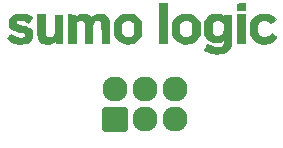
<source format=gbr>
G04 #@! TF.GenerationSoftware,KiCad,Pcbnew,(5.1.10)-1*
G04 #@! TF.CreationDate,2021-09-01T23:51:14-05:00*
G04 #@! TF.ProjectId,Bsides-KC-2021-Sumo-Logic-Sponsor-SAO-SVG2Shenzen v1_00 (Paths),42736964-6573-42d4-9b43-2d323032312d,rev?*
G04 #@! TF.SameCoordinates,Original*
G04 #@! TF.FileFunction,Soldermask,Top*
G04 #@! TF.FilePolarity,Negative*
%FSLAX46Y46*%
G04 Gerber Fmt 4.6, Leading zero omitted, Abs format (unit mm)*
G04 Created by KiCad (PCBNEW (5.1.10)-1) date 2021-09-01 23:51:14*
%MOMM*%
%LPD*%
G01*
G04 APERTURE LIST*
%ADD10C,0.010000*%
%ADD11C,2.127200*%
%ADD12O,2.127200X2.127200*%
G04 APERTURE END LIST*
D10*
G04 #@! TO.C,G\u002A\u002A\u002A*
G36*
X151509373Y-94742945D02*
G01*
X151511815Y-94743053D01*
X151679089Y-94759510D01*
X151817487Y-94795079D01*
X151937683Y-94853782D01*
X152050350Y-94939636D01*
X152062003Y-94950228D01*
X152157675Y-95038415D01*
X152164129Y-94925666D01*
X152170584Y-94812917D01*
X152742084Y-94812917D01*
X152742084Y-96040584D01*
X152742002Y-96301690D01*
X152741690Y-96524011D01*
X152741046Y-96711094D01*
X152739968Y-96866488D01*
X152738356Y-96993741D01*
X152736108Y-97096400D01*
X152733122Y-97178013D01*
X152729298Y-97242129D01*
X152724533Y-97292294D01*
X152718726Y-97332058D01*
X152711777Y-97364967D01*
X152703583Y-97394571D01*
X152703377Y-97395250D01*
X152626483Y-97585630D01*
X152520089Y-97746724D01*
X152382707Y-97880033D01*
X152212851Y-97987061D01*
X152049219Y-98055945D01*
X151972782Y-98079997D01*
X151898844Y-98096454D01*
X151815201Y-98107030D01*
X151709652Y-98113441D01*
X151620250Y-98116271D01*
X151505726Y-98117473D01*
X151396541Y-98115700D01*
X151304955Y-98111327D01*
X151243230Y-98104734D01*
X151242631Y-98104627D01*
X151054370Y-98059614D01*
X150855789Y-97992849D01*
X150667750Y-97911356D01*
X150563865Y-97860646D01*
X150494310Y-97822743D01*
X150456803Y-97789201D01*
X150449066Y-97751572D01*
X150468817Y-97701409D01*
X150513775Y-97630265D01*
X150569586Y-97547761D01*
X150718136Y-97326350D01*
X150937809Y-97436467D01*
X151116640Y-97517195D01*
X151278984Y-97569889D01*
X151436962Y-97597719D01*
X151579062Y-97604180D01*
X151723109Y-97588729D01*
X151853373Y-97546806D01*
X151960532Y-97482244D01*
X152018495Y-97423440D01*
X152066648Y-97337336D01*
X152105407Y-97223835D01*
X152130769Y-97097529D01*
X152138834Y-96984676D01*
X152138834Y-96868747D01*
X152080625Y-96922218D01*
X151939498Y-97029840D01*
X151786016Y-97102259D01*
X151613377Y-97141957D01*
X151451261Y-97151834D01*
X151239816Y-97132289D01*
X151045785Y-97074604D01*
X150871517Y-96980200D01*
X150719362Y-96850499D01*
X150591672Y-96686925D01*
X150542440Y-96601924D01*
X150466667Y-96457726D01*
X150466667Y-95591871D01*
X151080500Y-95591871D01*
X151080500Y-95941367D01*
X151080825Y-96071694D01*
X151082400Y-96167343D01*
X151086128Y-96235970D01*
X151092912Y-96285228D01*
X151103653Y-96322773D01*
X151119255Y-96356260D01*
X151132079Y-96378876D01*
X151202247Y-96467050D01*
X151298206Y-96545692D01*
X151398000Y-96599095D01*
X151489935Y-96619329D01*
X151601587Y-96620608D01*
X151715416Y-96604070D01*
X151810750Y-96572345D01*
X151905656Y-96518144D01*
X151979472Y-96450556D01*
X152046662Y-96356091D01*
X152051865Y-96347500D01*
X152068952Y-96315344D01*
X152081041Y-96279914D01*
X152088984Y-96233492D01*
X152093628Y-96168356D01*
X152095823Y-96076787D01*
X152096418Y-95951065D01*
X152096421Y-95942434D01*
X152096500Y-95611451D01*
X152027709Y-95509134D01*
X151931424Y-95399929D01*
X151816021Y-95323490D01*
X151688404Y-95279879D01*
X151555475Y-95269155D01*
X151424139Y-95291380D01*
X151301299Y-95346615D01*
X151193858Y-95434920D01*
X151141309Y-95501328D01*
X151080500Y-95591871D01*
X150466667Y-95591871D01*
X150466667Y-95432941D01*
X150542150Y-95289297D01*
X150657973Y-95110553D01*
X150799959Y-94964902D01*
X150967457Y-94852888D01*
X151151339Y-94777604D01*
X151232653Y-94755866D01*
X151309070Y-94743837D01*
X151396130Y-94740026D01*
X151509373Y-94742945D01*
G37*
X151509373Y-94742945D02*
X151511815Y-94743053D01*
X151679089Y-94759510D01*
X151817487Y-94795079D01*
X151937683Y-94853782D01*
X152050350Y-94939636D01*
X152062003Y-94950228D01*
X152157675Y-95038415D01*
X152164129Y-94925666D01*
X152170584Y-94812917D01*
X152742084Y-94812917D01*
X152742084Y-96040584D01*
X152742002Y-96301690D01*
X152741690Y-96524011D01*
X152741046Y-96711094D01*
X152739968Y-96866488D01*
X152738356Y-96993741D01*
X152736108Y-97096400D01*
X152733122Y-97178013D01*
X152729298Y-97242129D01*
X152724533Y-97292294D01*
X152718726Y-97332058D01*
X152711777Y-97364967D01*
X152703583Y-97394571D01*
X152703377Y-97395250D01*
X152626483Y-97585630D01*
X152520089Y-97746724D01*
X152382707Y-97880033D01*
X152212851Y-97987061D01*
X152049219Y-98055945D01*
X151972782Y-98079997D01*
X151898844Y-98096454D01*
X151815201Y-98107030D01*
X151709652Y-98113441D01*
X151620250Y-98116271D01*
X151505726Y-98117473D01*
X151396541Y-98115700D01*
X151304955Y-98111327D01*
X151243230Y-98104734D01*
X151242631Y-98104627D01*
X151054370Y-98059614D01*
X150855789Y-97992849D01*
X150667750Y-97911356D01*
X150563865Y-97860646D01*
X150494310Y-97822743D01*
X150456803Y-97789201D01*
X150449066Y-97751572D01*
X150468817Y-97701409D01*
X150513775Y-97630265D01*
X150569586Y-97547761D01*
X150718136Y-97326350D01*
X150937809Y-97436467D01*
X151116640Y-97517195D01*
X151278984Y-97569889D01*
X151436962Y-97597719D01*
X151579062Y-97604180D01*
X151723109Y-97588729D01*
X151853373Y-97546806D01*
X151960532Y-97482244D01*
X152018495Y-97423440D01*
X152066648Y-97337336D01*
X152105407Y-97223835D01*
X152130769Y-97097529D01*
X152138834Y-96984676D01*
X152138834Y-96868747D01*
X152080625Y-96922218D01*
X151939498Y-97029840D01*
X151786016Y-97102259D01*
X151613377Y-97141957D01*
X151451261Y-97151834D01*
X151239816Y-97132289D01*
X151045785Y-97074604D01*
X150871517Y-96980200D01*
X150719362Y-96850499D01*
X150591672Y-96686925D01*
X150542440Y-96601924D01*
X150466667Y-96457726D01*
X150466667Y-95591871D01*
X151080500Y-95591871D01*
X151080500Y-95941367D01*
X151080825Y-96071694D01*
X151082400Y-96167343D01*
X151086128Y-96235970D01*
X151092912Y-96285228D01*
X151103653Y-96322773D01*
X151119255Y-96356260D01*
X151132079Y-96378876D01*
X151202247Y-96467050D01*
X151298206Y-96545692D01*
X151398000Y-96599095D01*
X151489935Y-96619329D01*
X151601587Y-96620608D01*
X151715416Y-96604070D01*
X151810750Y-96572345D01*
X151905656Y-96518144D01*
X151979472Y-96450556D01*
X152046662Y-96356091D01*
X152051865Y-96347500D01*
X152068952Y-96315344D01*
X152081041Y-96279914D01*
X152088984Y-96233492D01*
X152093628Y-96168356D01*
X152095823Y-96076787D01*
X152096418Y-95951065D01*
X152096421Y-95942434D01*
X152096500Y-95611451D01*
X152027709Y-95509134D01*
X151931424Y-95399929D01*
X151816021Y-95323490D01*
X151688404Y-95279879D01*
X151555475Y-95269155D01*
X151424139Y-95291380D01*
X151301299Y-95346615D01*
X151193858Y-95434920D01*
X151141309Y-95501328D01*
X151080500Y-95591871D01*
X150466667Y-95591871D01*
X150466667Y-95432941D01*
X150542150Y-95289297D01*
X150657973Y-95110553D01*
X150799959Y-94964902D01*
X150967457Y-94852888D01*
X151151339Y-94777604D01*
X151232653Y-94755866D01*
X151309070Y-94743837D01*
X151396130Y-94740026D01*
X151509373Y-94742945D01*
G36*
X135031763Y-94744129D02*
G01*
X135128551Y-94749661D01*
X135190185Y-94757188D01*
X135356094Y-94801895D01*
X135531460Y-94873052D01*
X135700377Y-94963217D01*
X135845422Y-95063728D01*
X135903261Y-95110251D01*
X135743510Y-95305542D01*
X135679444Y-95381619D01*
X135623551Y-95443844D01*
X135581894Y-95485740D01*
X135560670Y-95500834D01*
X135530571Y-95488886D01*
X135483369Y-95459025D01*
X135466671Y-95446749D01*
X135410725Y-95409913D01*
X135333042Y-95365941D01*
X135253007Y-95325597D01*
X135178651Y-95293069D01*
X135113526Y-95272274D01*
X135042722Y-95260086D01*
X134951327Y-95253378D01*
X134898584Y-95251283D01*
X134797044Y-95248945D01*
X134725740Y-95251280D01*
X134672683Y-95259920D01*
X134625886Y-95276497D01*
X134591667Y-95293060D01*
X134535631Y-95324297D01*
X134506585Y-95353501D01*
X134494436Y-95396464D01*
X134490060Y-95452023D01*
X134489403Y-95506730D01*
X134498228Y-95548979D01*
X134521950Y-95582318D01*
X134565985Y-95610296D01*
X134635752Y-95636463D01*
X134736665Y-95664368D01*
X134859517Y-95694119D01*
X135093137Y-95752266D01*
X135288505Y-95808104D01*
X135449511Y-95863317D01*
X135580048Y-95919587D01*
X135684008Y-95978598D01*
X135765282Y-96042034D01*
X135827763Y-96111576D01*
X135829176Y-96113487D01*
X135850195Y-96144017D01*
X135864862Y-96174198D01*
X135874318Y-96212084D01*
X135879702Y-96265729D01*
X135882154Y-96343187D01*
X135882814Y-96452513D01*
X135882834Y-96492634D01*
X135882604Y-96612347D01*
X135881001Y-96698293D01*
X135876649Y-96759040D01*
X135868174Y-96803154D01*
X135854203Y-96839203D01*
X135833362Y-96875754D01*
X135817349Y-96900926D01*
X135717781Y-97018903D01*
X135583006Y-97120192D01*
X135418107Y-97201095D01*
X135389884Y-97211679D01*
X135323191Y-97234110D01*
X135261831Y-97249770D01*
X135195333Y-97260006D01*
X135113226Y-97266166D01*
X135005041Y-97269598D01*
X134930334Y-97270814D01*
X134816266Y-97271638D01*
X134713640Y-97271085D01*
X134631702Y-97269299D01*
X134579702Y-97266423D01*
X134570500Y-97265225D01*
X134376041Y-97212784D01*
X134176837Y-97128438D01*
X133986243Y-97018550D01*
X133862957Y-96928094D01*
X133743814Y-96831042D01*
X133828416Y-96732146D01*
X133891568Y-96658950D01*
X133963256Y-96576757D01*
X134006132Y-96528056D01*
X134099247Y-96422863D01*
X134213165Y-96508503D01*
X134364806Y-96614347D01*
X134501125Y-96689936D01*
X134631976Y-96739049D01*
X134767217Y-96765463D01*
X134903243Y-96772960D01*
X135004276Y-96770796D01*
X135078251Y-96761670D01*
X135140219Y-96742958D01*
X135180807Y-96724603D01*
X135279584Y-96675584D01*
X135285825Y-96545605D01*
X135288080Y-96473352D01*
X135282847Y-96430111D01*
X135265266Y-96402644D01*
X135230475Y-96377711D01*
X135222325Y-96372665D01*
X135178027Y-96353269D01*
X135101185Y-96327719D01*
X135000666Y-96298644D01*
X134885338Y-96268672D01*
X134813917Y-96251627D01*
X134616754Y-96203881D01*
X134455848Y-96159259D01*
X134325467Y-96115461D01*
X134219883Y-96070188D01*
X134133366Y-96021140D01*
X134060188Y-95966019D01*
X134027364Y-95935999D01*
X133914334Y-95826521D01*
X133914334Y-95211758D01*
X133979392Y-95113538D01*
X134075441Y-95001926D01*
X134204445Y-94902712D01*
X134357424Y-94822483D01*
X134398097Y-94806264D01*
X134471929Y-94781676D01*
X134546578Y-94764731D01*
X134634214Y-94753557D01*
X134747006Y-94746287D01*
X134803334Y-94744000D01*
X134918774Y-94742086D01*
X135031763Y-94744129D01*
G37*
X135031763Y-94744129D02*
X135128551Y-94749661D01*
X135190185Y-94757188D01*
X135356094Y-94801895D01*
X135531460Y-94873052D01*
X135700377Y-94963217D01*
X135845422Y-95063728D01*
X135903261Y-95110251D01*
X135743510Y-95305542D01*
X135679444Y-95381619D01*
X135623551Y-95443844D01*
X135581894Y-95485740D01*
X135560670Y-95500834D01*
X135530571Y-95488886D01*
X135483369Y-95459025D01*
X135466671Y-95446749D01*
X135410725Y-95409913D01*
X135333042Y-95365941D01*
X135253007Y-95325597D01*
X135178651Y-95293069D01*
X135113526Y-95272274D01*
X135042722Y-95260086D01*
X134951327Y-95253378D01*
X134898584Y-95251283D01*
X134797044Y-95248945D01*
X134725740Y-95251280D01*
X134672683Y-95259920D01*
X134625886Y-95276497D01*
X134591667Y-95293060D01*
X134535631Y-95324297D01*
X134506585Y-95353501D01*
X134494436Y-95396464D01*
X134490060Y-95452023D01*
X134489403Y-95506730D01*
X134498228Y-95548979D01*
X134521950Y-95582318D01*
X134565985Y-95610296D01*
X134635752Y-95636463D01*
X134736665Y-95664368D01*
X134859517Y-95694119D01*
X135093137Y-95752266D01*
X135288505Y-95808104D01*
X135449511Y-95863317D01*
X135580048Y-95919587D01*
X135684008Y-95978598D01*
X135765282Y-96042034D01*
X135827763Y-96111576D01*
X135829176Y-96113487D01*
X135850195Y-96144017D01*
X135864862Y-96174198D01*
X135874318Y-96212084D01*
X135879702Y-96265729D01*
X135882154Y-96343187D01*
X135882814Y-96452513D01*
X135882834Y-96492634D01*
X135882604Y-96612347D01*
X135881001Y-96698293D01*
X135876649Y-96759040D01*
X135868174Y-96803154D01*
X135854203Y-96839203D01*
X135833362Y-96875754D01*
X135817349Y-96900926D01*
X135717781Y-97018903D01*
X135583006Y-97120192D01*
X135418107Y-97201095D01*
X135389884Y-97211679D01*
X135323191Y-97234110D01*
X135261831Y-97249770D01*
X135195333Y-97260006D01*
X135113226Y-97266166D01*
X135005041Y-97269598D01*
X134930334Y-97270814D01*
X134816266Y-97271638D01*
X134713640Y-97271085D01*
X134631702Y-97269299D01*
X134579702Y-97266423D01*
X134570500Y-97265225D01*
X134376041Y-97212784D01*
X134176837Y-97128438D01*
X133986243Y-97018550D01*
X133862957Y-96928094D01*
X133743814Y-96831042D01*
X133828416Y-96732146D01*
X133891568Y-96658950D01*
X133963256Y-96576757D01*
X134006132Y-96528056D01*
X134099247Y-96422863D01*
X134213165Y-96508503D01*
X134364806Y-96614347D01*
X134501125Y-96689936D01*
X134631976Y-96739049D01*
X134767217Y-96765463D01*
X134903243Y-96772960D01*
X135004276Y-96770796D01*
X135078251Y-96761670D01*
X135140219Y-96742958D01*
X135180807Y-96724603D01*
X135279584Y-96675584D01*
X135285825Y-96545605D01*
X135288080Y-96473352D01*
X135282847Y-96430111D01*
X135265266Y-96402644D01*
X135230475Y-96377711D01*
X135222325Y-96372665D01*
X135178027Y-96353269D01*
X135101185Y-96327719D01*
X135000666Y-96298644D01*
X134885338Y-96268672D01*
X134813917Y-96251627D01*
X134616754Y-96203881D01*
X134455848Y-96159259D01*
X134325467Y-96115461D01*
X134219883Y-96070188D01*
X134133366Y-96021140D01*
X134060188Y-95966019D01*
X134027364Y-95935999D01*
X133914334Y-95826521D01*
X133914334Y-95211758D01*
X133979392Y-95113538D01*
X134075441Y-95001926D01*
X134204445Y-94902712D01*
X134357424Y-94822483D01*
X134398097Y-94806264D01*
X134471929Y-94781676D01*
X134546578Y-94764731D01*
X134634214Y-94753557D01*
X134747006Y-94746287D01*
X134803334Y-94744000D01*
X134918774Y-94742086D01*
X135031763Y-94744129D01*
G36*
X136945556Y-95654292D02*
G01*
X136947161Y-95866705D01*
X136948747Y-96040983D01*
X136950552Y-96181321D01*
X136952813Y-96291916D01*
X136955767Y-96376965D01*
X136959651Y-96440665D01*
X136964704Y-96487212D01*
X136971161Y-96520803D01*
X136979261Y-96545634D01*
X136989240Y-96565903D01*
X136997913Y-96580334D01*
X137067129Y-96661265D01*
X137159147Y-96713470D01*
X137272736Y-96740140D01*
X137385853Y-96741021D01*
X137501872Y-96718277D01*
X137605069Y-96676184D01*
X137665932Y-96633245D01*
X137698161Y-96602690D01*
X137724692Y-96574160D01*
X137746136Y-96543353D01*
X137763108Y-96505965D01*
X137776218Y-96457693D01*
X137786079Y-96394234D01*
X137793303Y-96311284D01*
X137798503Y-96204539D01*
X137802292Y-96069698D01*
X137805281Y-95902456D01*
X137808083Y-95698510D01*
X137809000Y-95627834D01*
X137819584Y-94812917D01*
X138433417Y-94812917D01*
X138438883Y-96014125D01*
X138444350Y-97215334D01*
X137872500Y-97215334D01*
X137872500Y-96981027D01*
X137807189Y-97055412D01*
X137753956Y-97103199D01*
X137678473Y-97155589D01*
X137601304Y-97199024D01*
X137538577Y-97228685D01*
X137485891Y-97248599D01*
X137431783Y-97260897D01*
X137364789Y-97267709D01*
X137273447Y-97271167D01*
X137206240Y-97272451D01*
X137098176Y-97272478D01*
X136997954Y-97269365D01*
X136917509Y-97263666D01*
X136872289Y-97256889D01*
X136714687Y-97197872D01*
X136575074Y-97106456D01*
X136460913Y-96988647D01*
X136386586Y-96866084D01*
X136375203Y-96840552D01*
X136365723Y-96815233D01*
X136357944Y-96786142D01*
X136351666Y-96749288D01*
X136346687Y-96700686D01*
X136342805Y-96636347D01*
X136339821Y-96552284D01*
X136337531Y-96444508D01*
X136335735Y-96309033D01*
X136334232Y-96141871D01*
X136332820Y-95939034D01*
X136331825Y-95781292D01*
X136325733Y-94802334D01*
X136939363Y-94802334D01*
X136945556Y-95654292D01*
G37*
X136945556Y-95654292D02*
X136947161Y-95866705D01*
X136948747Y-96040983D01*
X136950552Y-96181321D01*
X136952813Y-96291916D01*
X136955767Y-96376965D01*
X136959651Y-96440665D01*
X136964704Y-96487212D01*
X136971161Y-96520803D01*
X136979261Y-96545634D01*
X136989240Y-96565903D01*
X136997913Y-96580334D01*
X137067129Y-96661265D01*
X137159147Y-96713470D01*
X137272736Y-96740140D01*
X137385853Y-96741021D01*
X137501872Y-96718277D01*
X137605069Y-96676184D01*
X137665932Y-96633245D01*
X137698161Y-96602690D01*
X137724692Y-96574160D01*
X137746136Y-96543353D01*
X137763108Y-96505965D01*
X137776218Y-96457693D01*
X137786079Y-96394234D01*
X137793303Y-96311284D01*
X137798503Y-96204539D01*
X137802292Y-96069698D01*
X137805281Y-95902456D01*
X137808083Y-95698510D01*
X137809000Y-95627834D01*
X137819584Y-94812917D01*
X138433417Y-94812917D01*
X138438883Y-96014125D01*
X138444350Y-97215334D01*
X137872500Y-97215334D01*
X137872500Y-96981027D01*
X137807189Y-97055412D01*
X137753956Y-97103199D01*
X137678473Y-97155589D01*
X137601304Y-97199024D01*
X137538577Y-97228685D01*
X137485891Y-97248599D01*
X137431783Y-97260897D01*
X137364789Y-97267709D01*
X137273447Y-97271167D01*
X137206240Y-97272451D01*
X137098176Y-97272478D01*
X136997954Y-97269365D01*
X136917509Y-97263666D01*
X136872289Y-97256889D01*
X136714687Y-97197872D01*
X136575074Y-97106456D01*
X136460913Y-96988647D01*
X136386586Y-96866084D01*
X136375203Y-96840552D01*
X136365723Y-96815233D01*
X136357944Y-96786142D01*
X136351666Y-96749288D01*
X136346687Y-96700686D01*
X136342805Y-96636347D01*
X136339821Y-96552284D01*
X136337531Y-96444508D01*
X136335735Y-96309033D01*
X136334232Y-96141871D01*
X136332820Y-95939034D01*
X136331825Y-95781292D01*
X136325733Y-94802334D01*
X136939363Y-94802334D01*
X136945556Y-95654292D01*
G36*
X144210244Y-94752925D02*
G01*
X144415807Y-94799699D01*
X144600182Y-94879728D01*
X144767774Y-94994708D01*
X144855949Y-95075004D01*
X144932718Y-95159067D01*
X145004493Y-95250850D01*
X145058645Y-95334013D01*
X145064631Y-95345046D01*
X145132667Y-95475009D01*
X145132667Y-96542658D01*
X145063875Y-96672621D01*
X144952689Y-96839300D01*
X144808745Y-96986547D01*
X144639242Y-97108916D01*
X144451381Y-97200958D01*
X144306047Y-97246043D01*
X144184147Y-97265535D01*
X144038569Y-97274785D01*
X143886124Y-97273818D01*
X143743625Y-97262656D01*
X143642557Y-97245095D01*
X143457386Y-97181697D01*
X143281521Y-97086192D01*
X143123079Y-96964792D01*
X142990181Y-96823707D01*
X142891825Y-96670895D01*
X142825500Y-96539207D01*
X142825500Y-96024029D01*
X143418246Y-96024029D01*
X143418702Y-96156792D01*
X143420508Y-96254564D01*
X143424425Y-96324684D01*
X143431213Y-96374489D01*
X143441634Y-96411319D01*
X143456446Y-96442510D01*
X143462737Y-96453334D01*
X143560070Y-96583104D01*
X143674709Y-96674670D01*
X143809262Y-96729524D01*
X143966334Y-96749159D01*
X143979084Y-96749253D01*
X144086777Y-96743476D01*
X144174086Y-96723424D01*
X144233084Y-96699221D01*
X144352148Y-96625338D01*
X144445070Y-96525496D01*
X144495499Y-96443064D01*
X144512339Y-96407302D01*
X144524342Y-96368890D01*
X144532309Y-96320107D01*
X144537039Y-96253232D01*
X144539334Y-96160543D01*
X144539993Y-96034319D01*
X144540000Y-96013735D01*
X144539610Y-95883587D01*
X144537828Y-95787768D01*
X144533739Y-95718279D01*
X144526426Y-95667119D01*
X144514973Y-95626287D01*
X144498463Y-95587782D01*
X144489057Y-95568922D01*
X144403959Y-95441478D01*
X144296302Y-95349472D01*
X144165008Y-95292270D01*
X144009001Y-95269237D01*
X143979084Y-95268672D01*
X143819002Y-95286319D01*
X143681092Y-95339642D01*
X143566120Y-95428323D01*
X143547657Y-95448315D01*
X143503049Y-95502250D01*
X143469991Y-95553055D01*
X143446776Y-95608316D01*
X143431699Y-95675619D01*
X143423055Y-95762549D01*
X143419139Y-95876692D01*
X143418246Y-96024029D01*
X142825500Y-96024029D01*
X142825500Y-95473313D01*
X142883709Y-95355470D01*
X142927250Y-95283871D01*
X142991624Y-95198029D01*
X143066101Y-95111913D01*
X143090084Y-95086815D01*
X143248011Y-94949363D01*
X143418475Y-94847847D01*
X143606533Y-94780280D01*
X143817242Y-94744678D01*
X143979084Y-94737710D01*
X144210244Y-94752925D01*
G37*
X144210244Y-94752925D02*
X144415807Y-94799699D01*
X144600182Y-94879728D01*
X144767774Y-94994708D01*
X144855949Y-95075004D01*
X144932718Y-95159067D01*
X145004493Y-95250850D01*
X145058645Y-95334013D01*
X145064631Y-95345046D01*
X145132667Y-95475009D01*
X145132667Y-96542658D01*
X145063875Y-96672621D01*
X144952689Y-96839300D01*
X144808745Y-96986547D01*
X144639242Y-97108916D01*
X144451381Y-97200958D01*
X144306047Y-97246043D01*
X144184147Y-97265535D01*
X144038569Y-97274785D01*
X143886124Y-97273818D01*
X143743625Y-97262656D01*
X143642557Y-97245095D01*
X143457386Y-97181697D01*
X143281521Y-97086192D01*
X143123079Y-96964792D01*
X142990181Y-96823707D01*
X142891825Y-96670895D01*
X142825500Y-96539207D01*
X142825500Y-96024029D01*
X143418246Y-96024029D01*
X143418702Y-96156792D01*
X143420508Y-96254564D01*
X143424425Y-96324684D01*
X143431213Y-96374489D01*
X143441634Y-96411319D01*
X143456446Y-96442510D01*
X143462737Y-96453334D01*
X143560070Y-96583104D01*
X143674709Y-96674670D01*
X143809262Y-96729524D01*
X143966334Y-96749159D01*
X143979084Y-96749253D01*
X144086777Y-96743476D01*
X144174086Y-96723424D01*
X144233084Y-96699221D01*
X144352148Y-96625338D01*
X144445070Y-96525496D01*
X144495499Y-96443064D01*
X144512339Y-96407302D01*
X144524342Y-96368890D01*
X144532309Y-96320107D01*
X144537039Y-96253232D01*
X144539334Y-96160543D01*
X144539993Y-96034319D01*
X144540000Y-96013735D01*
X144539610Y-95883587D01*
X144537828Y-95787768D01*
X144533739Y-95718279D01*
X144526426Y-95667119D01*
X144514973Y-95626287D01*
X144498463Y-95587782D01*
X144489057Y-95568922D01*
X144403959Y-95441478D01*
X144296302Y-95349472D01*
X144165008Y-95292270D01*
X144009001Y-95269237D01*
X143979084Y-95268672D01*
X143819002Y-95286319D01*
X143681092Y-95339642D01*
X143566120Y-95428323D01*
X143547657Y-95448315D01*
X143503049Y-95502250D01*
X143469991Y-95553055D01*
X143446776Y-95608316D01*
X143431699Y-95675619D01*
X143423055Y-95762549D01*
X143419139Y-95876692D01*
X143418246Y-96024029D01*
X142825500Y-96024029D01*
X142825500Y-95473313D01*
X142883709Y-95355470D01*
X142927250Y-95283871D01*
X142991624Y-95198029D01*
X143066101Y-95111913D01*
X143090084Y-95086815D01*
X143248011Y-94949363D01*
X143418475Y-94847847D01*
X143606533Y-94780280D01*
X143817242Y-94744678D01*
X143979084Y-94737710D01*
X144210244Y-94752925D01*
G36*
X148983640Y-94741387D02*
G01*
X149126087Y-94751503D01*
X149243586Y-94771637D01*
X149246528Y-94772387D01*
X149445645Y-94844122D01*
X149629449Y-94950322D01*
X149791268Y-95085792D01*
X149924426Y-95245339D01*
X149986767Y-95348514D01*
X150064500Y-95496441D01*
X150064500Y-96521226D01*
X149988799Y-96665286D01*
X149874900Y-96837617D01*
X149728062Y-96987922D01*
X149553723Y-97112040D01*
X149357323Y-97205811D01*
X149229261Y-97246267D01*
X149121840Y-97264973D01*
X148988868Y-97274908D01*
X148845860Y-97276095D01*
X148708329Y-97268557D01*
X148591790Y-97252313D01*
X148561667Y-97245334D01*
X148368937Y-97175301D01*
X148188036Y-97072648D01*
X148026729Y-96943372D01*
X147892780Y-96793471D01*
X147812778Y-96667017D01*
X147736167Y-96521226D01*
X147736167Y-95618124D01*
X148350000Y-95618124D01*
X148350000Y-96399543D01*
X148416350Y-96496773D01*
X148518503Y-96612542D01*
X148643246Y-96697888D01*
X148696872Y-96721598D01*
X148780017Y-96740365D01*
X148885492Y-96747035D01*
X148995098Y-96741752D01*
X149090640Y-96724656D01*
X149110716Y-96718370D01*
X149211276Y-96671749D01*
X149295836Y-96604710D01*
X149376988Y-96507141D01*
X149381388Y-96500990D01*
X149450667Y-96403549D01*
X149450667Y-95614118D01*
X149381388Y-95516677D01*
X149284868Y-95402330D01*
X149181281Y-95325871D01*
X149062146Y-95282876D01*
X148918983Y-95268924D01*
X148906305Y-95268929D01*
X148756206Y-95281539D01*
X148633722Y-95320253D01*
X148530026Y-95389638D01*
X148436287Y-95494259D01*
X148416138Y-95522437D01*
X148350000Y-95618124D01*
X147736167Y-95618124D01*
X147736167Y-95496441D01*
X147813900Y-95348514D01*
X147926570Y-95177923D01*
X148071527Y-95028052D01*
X148241530Y-94904477D01*
X148429337Y-94812768D01*
X148563849Y-94771376D01*
X148686798Y-94751300D01*
X148831969Y-94741312D01*
X148983640Y-94741387D01*
G37*
X148983640Y-94741387D02*
X149126087Y-94751503D01*
X149243586Y-94771637D01*
X149246528Y-94772387D01*
X149445645Y-94844122D01*
X149629449Y-94950322D01*
X149791268Y-95085792D01*
X149924426Y-95245339D01*
X149986767Y-95348514D01*
X150064500Y-95496441D01*
X150064500Y-96521226D01*
X149988799Y-96665286D01*
X149874900Y-96837617D01*
X149728062Y-96987922D01*
X149553723Y-97112040D01*
X149357323Y-97205811D01*
X149229261Y-97246267D01*
X149121840Y-97264973D01*
X148988868Y-97274908D01*
X148845860Y-97276095D01*
X148708329Y-97268557D01*
X148591790Y-97252313D01*
X148561667Y-97245334D01*
X148368937Y-97175301D01*
X148188036Y-97072648D01*
X148026729Y-96943372D01*
X147892780Y-96793471D01*
X147812778Y-96667017D01*
X147736167Y-96521226D01*
X147736167Y-95618124D01*
X148350000Y-95618124D01*
X148350000Y-96399543D01*
X148416350Y-96496773D01*
X148518503Y-96612542D01*
X148643246Y-96697888D01*
X148696872Y-96721598D01*
X148780017Y-96740365D01*
X148885492Y-96747035D01*
X148995098Y-96741752D01*
X149090640Y-96724656D01*
X149110716Y-96718370D01*
X149211276Y-96671749D01*
X149295836Y-96604710D01*
X149376988Y-96507141D01*
X149381388Y-96500990D01*
X149450667Y-96403549D01*
X149450667Y-95614118D01*
X149381388Y-95516677D01*
X149284868Y-95402330D01*
X149181281Y-95325871D01*
X149062146Y-95282876D01*
X148918983Y-95268924D01*
X148906305Y-95268929D01*
X148756206Y-95281539D01*
X148633722Y-95320253D01*
X148530026Y-95389638D01*
X148436287Y-95494259D01*
X148416138Y-95522437D01*
X148350000Y-95618124D01*
X147736167Y-95618124D01*
X147736167Y-95496441D01*
X147813900Y-95348514D01*
X147926570Y-95177923D01*
X148071527Y-95028052D01*
X148241530Y-94904477D01*
X148429337Y-94812768D01*
X148563849Y-94771376D01*
X148686798Y-94751300D01*
X148831969Y-94741312D01*
X148983640Y-94741387D01*
G36*
X155700524Y-94750349D02*
G01*
X155829319Y-94764851D01*
X155931091Y-94786252D01*
X155938667Y-94788569D01*
X156062428Y-94840062D01*
X156196915Y-94916550D01*
X156327632Y-95009027D01*
X156416553Y-95085426D01*
X156525362Y-95188602D01*
X156142084Y-95571880D01*
X156071917Y-95514463D01*
X155979315Y-95444057D01*
X155881461Y-95378531D01*
X155790609Y-95325570D01*
X155719015Y-95292862D01*
X155718133Y-95292559D01*
X155658248Y-95279513D01*
X155575925Y-95270607D01*
X155505331Y-95268000D01*
X155355427Y-95286275D01*
X155222008Y-95339088D01*
X155111798Y-95423424D01*
X155081161Y-95458297D01*
X155035465Y-95519850D01*
X155002132Y-95577478D01*
X154979256Y-95639552D01*
X154964929Y-95714440D01*
X154957245Y-95810512D01*
X154954295Y-95936135D01*
X154954000Y-96016320D01*
X154954321Y-96141446D01*
X154956047Y-96232756D01*
X154960324Y-96298767D01*
X154968298Y-96347996D01*
X154981113Y-96388959D01*
X154999915Y-96430173D01*
X155013113Y-96455821D01*
X155100038Y-96580914D01*
X155211419Y-96671826D01*
X155345512Y-96727626D01*
X155500571Y-96747384D01*
X155556914Y-96745780D01*
X155686576Y-96724088D01*
X155809463Y-96673766D01*
X155933670Y-96590762D01*
X156025481Y-96511284D01*
X156160471Y-96385007D01*
X156310937Y-96509128D01*
X156384940Y-96570123D01*
X156452773Y-96625943D01*
X156503329Y-96667450D01*
X156515782Y-96677637D01*
X156570161Y-96722024D01*
X156523584Y-96787436D01*
X156459307Y-96863086D01*
X156370457Y-96948601D01*
X156269503Y-97033356D01*
X156168912Y-97106721D01*
X156099720Y-97148676D01*
X156009901Y-97190728D01*
X155910541Y-97228734D01*
X155852704Y-97246423D01*
X155741847Y-97265897D01*
X155605011Y-97276015D01*
X155457043Y-97276934D01*
X155312789Y-97268806D01*
X155187096Y-97251787D01*
X155132077Y-97238929D01*
X154927851Y-97160398D01*
X154745956Y-97049754D01*
X154590484Y-96910583D01*
X154465525Y-96746468D01*
X154383529Y-96582944D01*
X154369201Y-96543051D01*
X154358398Y-96501483D01*
X154350633Y-96451703D01*
X154345416Y-96387172D01*
X154342260Y-96301353D01*
X154340678Y-96187707D01*
X154340179Y-96039696D01*
X154340167Y-96002161D01*
X154340167Y-95531389D01*
X154414678Y-95375911D01*
X154522077Y-95199759D01*
X154662718Y-95046061D01*
X154831884Y-94918531D01*
X155024855Y-94820884D01*
X155186141Y-94768537D01*
X155287513Y-94751839D01*
X155416069Y-94743482D01*
X155558256Y-94743106D01*
X155700524Y-94750349D01*
G37*
X155700524Y-94750349D02*
X155829319Y-94764851D01*
X155931091Y-94786252D01*
X155938667Y-94788569D01*
X156062428Y-94840062D01*
X156196915Y-94916550D01*
X156327632Y-95009027D01*
X156416553Y-95085426D01*
X156525362Y-95188602D01*
X156142084Y-95571880D01*
X156071917Y-95514463D01*
X155979315Y-95444057D01*
X155881461Y-95378531D01*
X155790609Y-95325570D01*
X155719015Y-95292862D01*
X155718133Y-95292559D01*
X155658248Y-95279513D01*
X155575925Y-95270607D01*
X155505331Y-95268000D01*
X155355427Y-95286275D01*
X155222008Y-95339088D01*
X155111798Y-95423424D01*
X155081161Y-95458297D01*
X155035465Y-95519850D01*
X155002132Y-95577478D01*
X154979256Y-95639552D01*
X154964929Y-95714440D01*
X154957245Y-95810512D01*
X154954295Y-95936135D01*
X154954000Y-96016320D01*
X154954321Y-96141446D01*
X154956047Y-96232756D01*
X154960324Y-96298767D01*
X154968298Y-96347996D01*
X154981113Y-96388959D01*
X154999915Y-96430173D01*
X155013113Y-96455821D01*
X155100038Y-96580914D01*
X155211419Y-96671826D01*
X155345512Y-96727626D01*
X155500571Y-96747384D01*
X155556914Y-96745780D01*
X155686576Y-96724088D01*
X155809463Y-96673766D01*
X155933670Y-96590762D01*
X156025481Y-96511284D01*
X156160471Y-96385007D01*
X156310937Y-96509128D01*
X156384940Y-96570123D01*
X156452773Y-96625943D01*
X156503329Y-96667450D01*
X156515782Y-96677637D01*
X156570161Y-96722024D01*
X156523584Y-96787436D01*
X156459307Y-96863086D01*
X156370457Y-96948601D01*
X156269503Y-97033356D01*
X156168912Y-97106721D01*
X156099720Y-97148676D01*
X156009901Y-97190728D01*
X155910541Y-97228734D01*
X155852704Y-97246423D01*
X155741847Y-97265897D01*
X155605011Y-97276015D01*
X155457043Y-97276934D01*
X155312789Y-97268806D01*
X155187096Y-97251787D01*
X155132077Y-97238929D01*
X154927851Y-97160398D01*
X154745956Y-97049754D01*
X154590484Y-96910583D01*
X154465525Y-96746468D01*
X154383529Y-96582944D01*
X154369201Y-96543051D01*
X154358398Y-96501483D01*
X154350633Y-96451703D01*
X154345416Y-96387172D01*
X154342260Y-96301353D01*
X154340678Y-96187707D01*
X154340179Y-96039696D01*
X154340167Y-96002161D01*
X154340167Y-95531389D01*
X154414678Y-95375911D01*
X154522077Y-95199759D01*
X154662718Y-95046061D01*
X154831884Y-94918531D01*
X155024855Y-94820884D01*
X155186141Y-94768537D01*
X155287513Y-94751839D01*
X155416069Y-94743482D01*
X155558256Y-94743106D01*
X155700524Y-94750349D01*
G36*
X141740085Y-94748434D02*
G01*
X141914557Y-94784830D01*
X142061630Y-94852554D01*
X142182792Y-94952529D01*
X142279533Y-95085676D01*
X142351253Y-95246834D01*
X142361031Y-95277601D01*
X142369096Y-95310996D01*
X142375612Y-95351218D01*
X142380743Y-95402464D01*
X142384650Y-95468932D01*
X142387499Y-95554820D01*
X142389451Y-95664325D01*
X142390670Y-95801645D01*
X142391320Y-95970979D01*
X142391563Y-96176523D01*
X142391584Y-96284000D01*
X142391584Y-97204750D01*
X142080289Y-97210602D01*
X141768994Y-97216455D01*
X141762789Y-96374519D01*
X141761138Y-96162843D01*
X141759455Y-95989218D01*
X141757509Y-95849363D01*
X141755071Y-95738995D01*
X141751910Y-95653832D01*
X141747796Y-95589594D01*
X141742500Y-95541998D01*
X141735792Y-95506762D01*
X141727441Y-95479604D01*
X141717218Y-95456244D01*
X141713024Y-95447917D01*
X141647616Y-95363154D01*
X141558495Y-95305888D01*
X141454477Y-95276521D01*
X141344378Y-95275457D01*
X141237013Y-95303099D01*
X141141196Y-95359850D01*
X141084163Y-95419155D01*
X141059523Y-95454150D01*
X141039283Y-95490569D01*
X141023015Y-95532793D01*
X141010286Y-95585201D01*
X141000667Y-95652175D01*
X140993727Y-95738094D01*
X140989037Y-95847340D01*
X140986165Y-95984293D01*
X140984681Y-96153333D01*
X140984155Y-96358841D01*
X140984118Y-96437459D01*
X140984000Y-97215334D01*
X140370167Y-97215334D01*
X140370044Y-96469209D01*
X140369429Y-96234495D01*
X140367472Y-96038267D01*
X140363880Y-95876689D01*
X140358361Y-95745926D01*
X140350621Y-95642144D01*
X140340368Y-95561506D01*
X140327309Y-95500179D01*
X140311152Y-95454327D01*
X140291603Y-95420115D01*
X140289751Y-95417588D01*
X140223297Y-95343905D01*
X140150874Y-95300506D01*
X140059357Y-95281251D01*
X139992831Y-95278726D01*
X139867929Y-95290236D01*
X139771863Y-95327525D01*
X139696832Y-95395165D01*
X139641410Y-95484627D01*
X139587000Y-95593812D01*
X139587000Y-97215334D01*
X138952000Y-97215334D01*
X138952000Y-94801139D01*
X139534084Y-94812917D01*
X139540464Y-94923538D01*
X139546844Y-95034160D01*
X139611066Y-94961015D01*
X139663653Y-94913944D01*
X139738636Y-94862079D01*
X139815980Y-94818643D01*
X139877970Y-94789186D01*
X139929122Y-94769541D01*
X139980749Y-94757725D01*
X140044162Y-94751756D01*
X140130674Y-94749651D01*
X140211044Y-94749417D01*
X140319473Y-94749877D01*
X140396494Y-94752618D01*
X140453029Y-94759683D01*
X140500003Y-94773114D01*
X140548338Y-94794954D01*
X140599317Y-94822015D01*
X140679985Y-94872434D01*
X140756234Y-94931172D01*
X140805084Y-94978572D01*
X140876949Y-95062531D01*
X140967516Y-94971475D01*
X141036574Y-94913292D01*
X141124086Y-94854512D01*
X141195667Y-94815582D01*
X141271483Y-94782851D01*
X141340267Y-94762119D01*
X141417732Y-94750017D01*
X141519590Y-94743175D01*
X141536724Y-94742444D01*
X141740085Y-94748434D01*
G37*
X141740085Y-94748434D02*
X141914557Y-94784830D01*
X142061630Y-94852554D01*
X142182792Y-94952529D01*
X142279533Y-95085676D01*
X142351253Y-95246834D01*
X142361031Y-95277601D01*
X142369096Y-95310996D01*
X142375612Y-95351218D01*
X142380743Y-95402464D01*
X142384650Y-95468932D01*
X142387499Y-95554820D01*
X142389451Y-95664325D01*
X142390670Y-95801645D01*
X142391320Y-95970979D01*
X142391563Y-96176523D01*
X142391584Y-96284000D01*
X142391584Y-97204750D01*
X142080289Y-97210602D01*
X141768994Y-97216455D01*
X141762789Y-96374519D01*
X141761138Y-96162843D01*
X141759455Y-95989218D01*
X141757509Y-95849363D01*
X141755071Y-95738995D01*
X141751910Y-95653832D01*
X141747796Y-95589594D01*
X141742500Y-95541998D01*
X141735792Y-95506762D01*
X141727441Y-95479604D01*
X141717218Y-95456244D01*
X141713024Y-95447917D01*
X141647616Y-95363154D01*
X141558495Y-95305888D01*
X141454477Y-95276521D01*
X141344378Y-95275457D01*
X141237013Y-95303099D01*
X141141196Y-95359850D01*
X141084163Y-95419155D01*
X141059523Y-95454150D01*
X141039283Y-95490569D01*
X141023015Y-95532793D01*
X141010286Y-95585201D01*
X141000667Y-95652175D01*
X140993727Y-95738094D01*
X140989037Y-95847340D01*
X140986165Y-95984293D01*
X140984681Y-96153333D01*
X140984155Y-96358841D01*
X140984118Y-96437459D01*
X140984000Y-97215334D01*
X140370167Y-97215334D01*
X140370044Y-96469209D01*
X140369429Y-96234495D01*
X140367472Y-96038267D01*
X140363880Y-95876689D01*
X140358361Y-95745926D01*
X140350621Y-95642144D01*
X140340368Y-95561506D01*
X140327309Y-95500179D01*
X140311152Y-95454327D01*
X140291603Y-95420115D01*
X140289751Y-95417588D01*
X140223297Y-95343905D01*
X140150874Y-95300506D01*
X140059357Y-95281251D01*
X139992831Y-95278726D01*
X139867929Y-95290236D01*
X139771863Y-95327525D01*
X139696832Y-95395165D01*
X139641410Y-95484627D01*
X139587000Y-95593812D01*
X139587000Y-97215334D01*
X138952000Y-97215334D01*
X138952000Y-94801139D01*
X139534084Y-94812917D01*
X139540464Y-94923538D01*
X139546844Y-95034160D01*
X139611066Y-94961015D01*
X139663653Y-94913944D01*
X139738636Y-94862079D01*
X139815980Y-94818643D01*
X139877970Y-94789186D01*
X139929122Y-94769541D01*
X139980749Y-94757725D01*
X140044162Y-94751756D01*
X140130674Y-94749651D01*
X140211044Y-94749417D01*
X140319473Y-94749877D01*
X140396494Y-94752618D01*
X140453029Y-94759683D01*
X140500003Y-94773114D01*
X140548338Y-94794954D01*
X140599317Y-94822015D01*
X140679985Y-94872434D01*
X140756234Y-94931172D01*
X140805084Y-94978572D01*
X140876949Y-95062531D01*
X140967516Y-94971475D01*
X141036574Y-94913292D01*
X141124086Y-94854512D01*
X141195667Y-94815582D01*
X141271483Y-94782851D01*
X141340267Y-94762119D01*
X141417732Y-94750017D01*
X141519590Y-94743175D01*
X141536724Y-94742444D01*
X141740085Y-94748434D01*
G36*
X147270500Y-97215334D02*
G01*
X146656667Y-97215334D01*
X146656667Y-93871000D01*
X147270500Y-93871000D01*
X147270500Y-97215334D01*
G37*
X147270500Y-97215334D02*
X146656667Y-97215334D01*
X146656667Y-93871000D01*
X147270500Y-93871000D01*
X147270500Y-97215334D01*
G36*
X153874500Y-97215334D02*
G01*
X153260667Y-97215334D01*
X153260667Y-94802334D01*
X153874500Y-94802334D01*
X153874500Y-97215334D01*
G37*
X153874500Y-97215334D02*
X153260667Y-97215334D01*
X153260667Y-94802334D01*
X153874500Y-94802334D01*
X153874500Y-97215334D01*
G36*
X153895667Y-94463667D02*
G01*
X153238306Y-94463667D01*
X153244195Y-94172625D01*
X153250084Y-93881584D01*
X153572875Y-93875741D01*
X153895667Y-93869898D01*
X153895667Y-94463667D01*
G37*
X153895667Y-94463667D02*
X153238306Y-94463667D01*
X153244195Y-94172625D01*
X153250084Y-93881584D01*
X153572875Y-93875741D01*
X153895667Y-93869898D01*
X153895667Y-94463667D01*
G04 #@! TD*
D11*
G04 #@! TO.C,X1*
X147980200Y-101148400D03*
X147980200Y-103688400D03*
D12*
X145440200Y-101148400D03*
X145440200Y-103688400D03*
X142900200Y-101148400D03*
G36*
G01*
X142036600Y-102624800D02*
X143763800Y-102624800D01*
G75*
G02*
X143963800Y-102824800I0J-200000D01*
G01*
X143963800Y-104552000D01*
G75*
G02*
X143763800Y-104752000I-200000J0D01*
G01*
X142036600Y-104752000D01*
G75*
G02*
X141836600Y-104552000I0J200000D01*
G01*
X141836600Y-102824800D01*
G75*
G02*
X142036600Y-102624800I200000J0D01*
G01*
G37*
G04 #@! TD*
M02*

</source>
